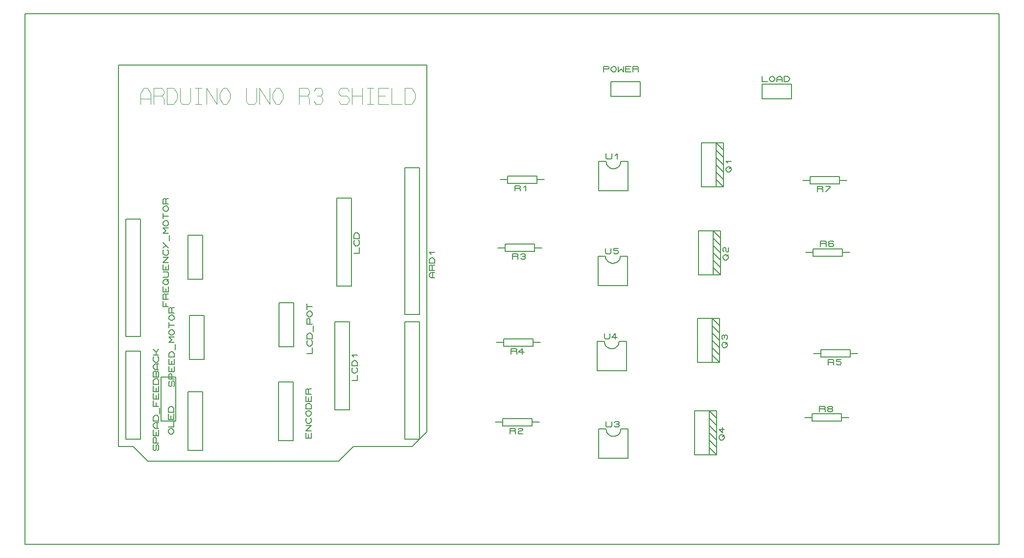
<source format=gbr>
G04 PROTEUS GERBER X2 FILE*
%TF.GenerationSoftware,Labcenter,Proteus,8.6-SP2-Build23525*%
%TF.CreationDate,2019-06-30T03:38:34+00:00*%
%TF.FileFunction,Legend,Top*%
%TF.FilePolarity,Positive*%
%TF.Part,Single*%
%FSLAX45Y45*%
%MOMM*%
G01*
%TA.AperFunction,Material*%
%ADD71C,0.203200*%
%ADD20C,0.000010*%
%TA.AperFunction,Profile*%
%ADD70C,0.203200*%
%TD.AperFunction*%
D71*
X-234000Y+5557000D02*
X-107000Y+5557000D01*
X-107000Y+5049000D01*
X-615000Y+5049000D01*
X-615000Y+5557000D01*
X-488000Y+5557000D01*
X-361000Y+5430000D02*
X-335124Y+5432436D01*
X-311152Y+5439485D01*
X-289562Y+5450762D01*
X-270830Y+5465878D01*
X-255431Y+5484446D01*
X-243842Y+5506081D01*
X-236540Y+5530394D01*
X-234000Y+5557000D01*
X-361000Y+5430000D02*
X-387606Y+5432436D01*
X-411919Y+5439485D01*
X-433554Y+5450762D01*
X-452122Y+5465878D01*
X-467238Y+5484446D01*
X-478515Y+5506081D01*
X-485564Y+5530394D01*
X-488000Y+5557000D01*
X-488000Y+5689080D02*
X-488000Y+5612880D01*
X-472125Y+5597640D01*
X-408625Y+5597640D01*
X-392750Y+5612880D01*
X-392750Y+5689080D01*
X-329250Y+5658600D02*
X-297500Y+5689080D01*
X-297500Y+5597640D01*
X-1561000Y+5240000D02*
X-1688000Y+5240000D01*
X-2196000Y+5176500D02*
X-1688000Y+5176500D01*
X-1688000Y+5303500D01*
X-2196000Y+5303500D01*
X-2196000Y+5176500D01*
X-2196000Y+5240000D02*
X-2323000Y+5240000D01*
X-2069000Y+5044420D02*
X-2069000Y+5135860D01*
X-1989625Y+5135860D01*
X-1973750Y+5120620D01*
X-1973750Y+5105380D01*
X-1989625Y+5090140D01*
X-2069000Y+5090140D01*
X-1989625Y+5090140D02*
X-1973750Y+5074900D01*
X-1973750Y+5044420D01*
X-1910250Y+5105380D02*
X-1878500Y+5135860D01*
X-1878500Y+5044420D01*
X-244000Y+3917000D02*
X-117000Y+3917000D01*
X-117000Y+3409000D01*
X-625000Y+3409000D01*
X-625000Y+3917000D01*
X-498000Y+3917000D01*
X-371000Y+3790000D02*
X-345124Y+3792436D01*
X-321152Y+3799485D01*
X-299562Y+3810762D01*
X-280830Y+3825878D01*
X-265431Y+3844446D01*
X-253842Y+3866081D01*
X-246540Y+3890394D01*
X-244000Y+3917000D01*
X-371000Y+3790000D02*
X-397606Y+3792436D01*
X-421919Y+3799485D01*
X-443554Y+3810762D01*
X-462122Y+3825878D01*
X-477238Y+3844446D01*
X-488515Y+3866081D01*
X-495564Y+3890394D01*
X-498000Y+3917000D01*
X-498000Y+4049080D02*
X-498000Y+3972880D01*
X-482125Y+3957640D01*
X-418625Y+3957640D01*
X-402750Y+3972880D01*
X-402750Y+4049080D01*
X-275750Y+4049080D02*
X-355125Y+4049080D01*
X-355125Y+4018600D01*
X-291625Y+4018600D01*
X-275750Y+4003360D01*
X-275750Y+3972880D01*
X-291625Y+3957640D01*
X-339250Y+3957640D01*
X-355125Y+3972880D01*
X-1601000Y+4060000D02*
X-1728000Y+4060000D01*
X-2236000Y+3996500D02*
X-1728000Y+3996500D01*
X-1728000Y+4123500D01*
X-2236000Y+4123500D01*
X-2236000Y+3996500D01*
X-2236000Y+4060000D02*
X-2363000Y+4060000D01*
X-2109000Y+3864420D02*
X-2109000Y+3955860D01*
X-2029625Y+3955860D01*
X-2013750Y+3940620D01*
X-2013750Y+3925380D01*
X-2029625Y+3910140D01*
X-2109000Y+3910140D01*
X-2029625Y+3910140D02*
X-2013750Y+3894900D01*
X-2013750Y+3864420D01*
X-1966125Y+3940620D02*
X-1950250Y+3955860D01*
X-1902625Y+3955860D01*
X-1886750Y+3940620D01*
X-1886750Y+3925380D01*
X-1902625Y+3910140D01*
X-1886750Y+3894900D01*
X-1886750Y+3879660D01*
X-1902625Y+3864420D01*
X-1950250Y+3864420D01*
X-1966125Y+3879660D01*
X-1934375Y+3910140D02*
X-1902625Y+3910140D01*
X-1621000Y+2420000D02*
X-1748000Y+2420000D01*
X-2256000Y+2356500D02*
X-1748000Y+2356500D01*
X-1748000Y+2483500D01*
X-2256000Y+2483500D01*
X-2256000Y+2356500D01*
X-2256000Y+2420000D02*
X-2383000Y+2420000D01*
X-2129000Y+2224420D02*
X-2129000Y+2315860D01*
X-2049625Y+2315860D01*
X-2033750Y+2300620D01*
X-2033750Y+2285380D01*
X-2049625Y+2270140D01*
X-2129000Y+2270140D01*
X-2049625Y+2270140D02*
X-2033750Y+2254900D01*
X-2033750Y+2224420D01*
X-1906750Y+2254900D02*
X-2002000Y+2254900D01*
X-1938500Y+2315860D01*
X-1938500Y+2224420D01*
X-234000Y+921000D02*
X-107000Y+921000D01*
X-107000Y+413000D01*
X-615000Y+413000D01*
X-615000Y+921000D01*
X-488000Y+921000D01*
X-361000Y+794000D02*
X-335124Y+796436D01*
X-311152Y+803485D01*
X-289562Y+814762D01*
X-270830Y+829878D01*
X-255431Y+848446D01*
X-243842Y+870081D01*
X-236540Y+894394D01*
X-234000Y+921000D01*
X-361000Y+794000D02*
X-387606Y+796436D01*
X-411919Y+803485D01*
X-433554Y+814762D01*
X-452122Y+829878D01*
X-467238Y+848446D01*
X-478515Y+870081D01*
X-485564Y+894394D01*
X-488000Y+921000D01*
X-488000Y+1053080D02*
X-488000Y+976880D01*
X-472125Y+961640D01*
X-408625Y+961640D01*
X-392750Y+976880D01*
X-392750Y+1053080D01*
X-345125Y+1037840D02*
X-329250Y+1053080D01*
X-281625Y+1053080D01*
X-265750Y+1037840D01*
X-265750Y+1022600D01*
X-281625Y+1007360D01*
X-265750Y+992120D01*
X-265750Y+976880D01*
X-281625Y+961640D01*
X-329250Y+961640D01*
X-345125Y+976880D01*
X-313375Y+1007360D02*
X-281625Y+1007360D01*
X-1641000Y+1040000D02*
X-1768000Y+1040000D01*
X-2276000Y+976500D02*
X-1768000Y+976500D01*
X-1768000Y+1103500D01*
X-2276000Y+1103500D01*
X-2276000Y+976500D01*
X-2276000Y+1040000D02*
X-2403000Y+1040000D01*
X-2149000Y+844420D02*
X-2149000Y+935860D01*
X-2069625Y+935860D01*
X-2053750Y+920620D01*
X-2053750Y+905380D01*
X-2069625Y+890140D01*
X-2149000Y+890140D01*
X-2069625Y+890140D02*
X-2053750Y+874900D01*
X-2053750Y+844420D01*
X-2006125Y+920620D02*
X-1990250Y+935860D01*
X-1942625Y+935860D01*
X-1926750Y+920620D01*
X-1926750Y+905380D01*
X-1942625Y+890140D01*
X-1990250Y+890140D01*
X-2006125Y+874900D01*
X-2006125Y+844420D01*
X-1926750Y+844420D01*
X+1163000Y+5115000D02*
X+1417000Y+5115000D01*
X+1417000Y+5877000D01*
X+1163000Y+5877000D01*
X+1163000Y+5115000D01*
X+1417000Y+5877000D02*
X+1544000Y+5877000D01*
X+1544000Y+5115000D01*
X+1417000Y+5115000D01*
X+1417000Y+5877000D02*
X+1544000Y+5750000D01*
X+1417000Y+5750000D02*
X+1544000Y+5623000D01*
X+1417000Y+5623000D02*
X+1544000Y+5496000D01*
X+1417000Y+5496000D02*
X+1544000Y+5369000D01*
X+1417000Y+5369000D02*
X+1544000Y+5242000D01*
X+1417000Y+5242000D02*
X+1544000Y+5115000D01*
X+1615120Y+5369000D02*
X+1584640Y+5400750D01*
X+1584640Y+5432500D01*
X+1615120Y+5464250D01*
X+1645600Y+5464250D01*
X+1676080Y+5432500D01*
X+1676080Y+5400750D01*
X+1645600Y+5369000D01*
X+1615120Y+5369000D01*
X+1645600Y+5432500D02*
X+1676080Y+5464250D01*
X+1615120Y+5527750D02*
X+1584640Y+5559500D01*
X+1676080Y+5559500D01*
X+1113000Y+3593000D02*
X+1367000Y+3593000D01*
X+1367000Y+4355000D01*
X+1113000Y+4355000D01*
X+1113000Y+3593000D01*
X+1367000Y+4355000D02*
X+1494000Y+4355000D01*
X+1494000Y+3593000D01*
X+1367000Y+3593000D01*
X+1367000Y+4355000D02*
X+1494000Y+4228000D01*
X+1367000Y+4228000D02*
X+1494000Y+4101000D01*
X+1367000Y+4101000D02*
X+1494000Y+3974000D01*
X+1367000Y+3974000D02*
X+1494000Y+3847000D01*
X+1367000Y+3847000D02*
X+1494000Y+3720000D01*
X+1367000Y+3720000D02*
X+1494000Y+3593000D01*
X+1565120Y+3847000D02*
X+1534640Y+3878750D01*
X+1534640Y+3910500D01*
X+1565120Y+3942250D01*
X+1595600Y+3942250D01*
X+1626080Y+3910500D01*
X+1626080Y+3878750D01*
X+1595600Y+3847000D01*
X+1565120Y+3847000D01*
X+1595600Y+3910500D02*
X+1626080Y+3942250D01*
X+1549880Y+3989875D02*
X+1534640Y+4005750D01*
X+1534640Y+4053375D01*
X+1549880Y+4069250D01*
X+1565120Y+4069250D01*
X+1580360Y+4053375D01*
X+1580360Y+4005750D01*
X+1595600Y+3989875D01*
X+1626080Y+3989875D01*
X+1626080Y+4069250D01*
X+1093000Y+2075000D02*
X+1347000Y+2075000D01*
X+1347000Y+2837000D01*
X+1093000Y+2837000D01*
X+1093000Y+2075000D01*
X+1347000Y+2837000D02*
X+1474000Y+2837000D01*
X+1474000Y+2075000D01*
X+1347000Y+2075000D01*
X+1347000Y+2837000D02*
X+1474000Y+2710000D01*
X+1347000Y+2710000D02*
X+1474000Y+2583000D01*
X+1347000Y+2583000D02*
X+1474000Y+2456000D01*
X+1347000Y+2456000D02*
X+1474000Y+2329000D01*
X+1347000Y+2329000D02*
X+1474000Y+2202000D01*
X+1347000Y+2202000D02*
X+1474000Y+2075000D01*
X+1545120Y+2329000D02*
X+1514640Y+2360750D01*
X+1514640Y+2392500D01*
X+1545120Y+2424250D01*
X+1575600Y+2424250D01*
X+1606080Y+2392500D01*
X+1606080Y+2360750D01*
X+1575600Y+2329000D01*
X+1545120Y+2329000D01*
X+1575600Y+2392500D02*
X+1606080Y+2424250D01*
X+1529880Y+2471875D02*
X+1514640Y+2487750D01*
X+1514640Y+2535375D01*
X+1529880Y+2551250D01*
X+1545120Y+2551250D01*
X+1560360Y+2535375D01*
X+1575600Y+2551250D01*
X+1590840Y+2551250D01*
X+1606080Y+2535375D01*
X+1606080Y+2487750D01*
X+1590840Y+2471875D01*
X+1560360Y+2503625D02*
X+1560360Y+2535375D01*
X+1043000Y+475000D02*
X+1297000Y+475000D01*
X+1297000Y+1237000D01*
X+1043000Y+1237000D01*
X+1043000Y+475000D01*
X+1297000Y+1237000D02*
X+1424000Y+1237000D01*
X+1424000Y+475000D01*
X+1297000Y+475000D01*
X+1297000Y+1237000D02*
X+1424000Y+1110000D01*
X+1297000Y+1110000D02*
X+1424000Y+983000D01*
X+1297000Y+983000D02*
X+1424000Y+856000D01*
X+1297000Y+856000D02*
X+1424000Y+729000D01*
X+1297000Y+729000D02*
X+1424000Y+602000D01*
X+1297000Y+602000D02*
X+1424000Y+475000D01*
X+1495120Y+729000D02*
X+1464640Y+760750D01*
X+1464640Y+792500D01*
X+1495120Y+824250D01*
X+1525600Y+824250D01*
X+1556080Y+792500D01*
X+1556080Y+760750D01*
X+1525600Y+729000D01*
X+1495120Y+729000D01*
X+1525600Y+792500D02*
X+1556080Y+824250D01*
X+1525600Y+951250D02*
X+1525600Y+856000D01*
X+1464640Y+919500D01*
X+1556080Y+919500D01*
X+3863000Y+2230000D02*
X+3736000Y+2230000D01*
X+3228000Y+2166500D02*
X+3736000Y+2166500D01*
X+3736000Y+2293500D01*
X+3228000Y+2293500D01*
X+3228000Y+2166500D01*
X+3228000Y+2230000D02*
X+3101000Y+2230000D01*
X+3355000Y+2034420D02*
X+3355000Y+2125860D01*
X+3434375Y+2125860D01*
X+3450250Y+2110620D01*
X+3450250Y+2095380D01*
X+3434375Y+2080140D01*
X+3355000Y+2080140D01*
X+3434375Y+2080140D02*
X+3450250Y+2064900D01*
X+3450250Y+2034420D01*
X+3577250Y+2125860D02*
X+3497875Y+2125860D01*
X+3497875Y+2095380D01*
X+3561375Y+2095380D01*
X+3577250Y+2080140D01*
X+3577250Y+2049660D01*
X+3561375Y+2034420D01*
X+3513750Y+2034420D01*
X+3497875Y+2049660D01*
X+2967000Y+3980000D02*
X+3094000Y+3980000D01*
X+3094000Y+3916500D02*
X+3602000Y+3916500D01*
X+3602000Y+4043500D01*
X+3094000Y+4043500D01*
X+3094000Y+3916500D01*
X+3602000Y+3980000D02*
X+3729000Y+3980000D01*
X+3221000Y+4084140D02*
X+3221000Y+4175580D01*
X+3300375Y+4175580D01*
X+3316250Y+4160340D01*
X+3316250Y+4145100D01*
X+3300375Y+4129860D01*
X+3221000Y+4129860D01*
X+3300375Y+4129860D02*
X+3316250Y+4114620D01*
X+3316250Y+4084140D01*
X+3443250Y+4160340D02*
X+3427375Y+4175580D01*
X+3379750Y+4175580D01*
X+3363875Y+4160340D01*
X+3363875Y+4099380D01*
X+3379750Y+4084140D01*
X+3427375Y+4084140D01*
X+3443250Y+4099380D01*
X+3443250Y+4114620D01*
X+3427375Y+4129860D01*
X+3363875Y+4129860D01*
X+3673000Y+5230000D02*
X+3546000Y+5230000D01*
X+3038000Y+5166500D02*
X+3546000Y+5166500D01*
X+3546000Y+5293500D01*
X+3038000Y+5293500D01*
X+3038000Y+5166500D01*
X+3038000Y+5230000D02*
X+2911000Y+5230000D01*
X+3165000Y+5034420D02*
X+3165000Y+5125860D01*
X+3244375Y+5125860D01*
X+3260250Y+5110620D01*
X+3260250Y+5095380D01*
X+3244375Y+5080140D01*
X+3165000Y+5080140D01*
X+3244375Y+5080140D02*
X+3260250Y+5064900D01*
X+3260250Y+5034420D01*
X+3307875Y+5125860D02*
X+3387250Y+5125860D01*
X+3387250Y+5110620D01*
X+3307875Y+5034420D01*
X+2951000Y+1120000D02*
X+3078000Y+1120000D01*
X+3078000Y+1056500D02*
X+3586000Y+1056500D01*
X+3586000Y+1183500D01*
X+3078000Y+1183500D01*
X+3078000Y+1056500D01*
X+3586000Y+1120000D02*
X+3713000Y+1120000D01*
X+3205000Y+1224140D02*
X+3205000Y+1315580D01*
X+3284375Y+1315580D01*
X+3300250Y+1300340D01*
X+3300250Y+1285100D01*
X+3284375Y+1269860D01*
X+3205000Y+1269860D01*
X+3284375Y+1269860D02*
X+3300250Y+1254620D01*
X+3300250Y+1224140D01*
X+3363750Y+1269860D02*
X+3347875Y+1285100D01*
X+3347875Y+1300340D01*
X+3363750Y+1315580D01*
X+3411375Y+1315580D01*
X+3427250Y+1300340D01*
X+3427250Y+1285100D01*
X+3411375Y+1269860D01*
X+3363750Y+1269860D01*
X+3347875Y+1254620D01*
X+3347875Y+1239380D01*
X+3363750Y+1224140D01*
X+3411375Y+1224140D01*
X+3427250Y+1239380D01*
X+3427250Y+1254620D01*
X+3411375Y+1269860D01*
X-264000Y+2441000D02*
X-137000Y+2441000D01*
X-137000Y+1933000D01*
X-645000Y+1933000D01*
X-645000Y+2441000D01*
X-518000Y+2441000D01*
X-391000Y+2314000D02*
X-365124Y+2316436D01*
X-341152Y+2323485D01*
X-319562Y+2334762D01*
X-300830Y+2349878D01*
X-285431Y+2368446D01*
X-273842Y+2390081D01*
X-266540Y+2414394D01*
X-264000Y+2441000D01*
X-391000Y+2314000D02*
X-417606Y+2316436D01*
X-441919Y+2323485D01*
X-463554Y+2334762D01*
X-482122Y+2349878D01*
X-497238Y+2368446D01*
X-508515Y+2390081D01*
X-515564Y+2414394D01*
X-518000Y+2441000D01*
X-518000Y+2573080D02*
X-518000Y+2496880D01*
X-502125Y+2481640D01*
X-438625Y+2481640D01*
X-422750Y+2496880D01*
X-422750Y+2573080D01*
X-295750Y+2512120D02*
X-391000Y+2512120D01*
X-327500Y+2573080D01*
X-327500Y+2481640D01*
X-7717000Y+3515000D02*
X-7463000Y+3515000D01*
X-7463000Y+4277000D01*
X-7717000Y+4277000D01*
X-7717000Y+3515000D01*
X-8057640Y+3039500D02*
X-8149080Y+3039500D01*
X-8149080Y+3134750D01*
X-8103360Y+3039500D02*
X-8103360Y+3103000D01*
X-8057640Y+3166500D02*
X-8149080Y+3166500D01*
X-8149080Y+3245875D01*
X-8133840Y+3261750D01*
X-8118600Y+3261750D01*
X-8103360Y+3245875D01*
X-8103360Y+3166500D01*
X-8103360Y+3245875D02*
X-8088120Y+3261750D01*
X-8057640Y+3261750D01*
X-8057640Y+3388750D02*
X-8057640Y+3293500D01*
X-8149080Y+3293500D01*
X-8149080Y+3388750D01*
X-8103360Y+3293500D02*
X-8103360Y+3357000D01*
X-8118600Y+3420500D02*
X-8149080Y+3452250D01*
X-8149080Y+3484000D01*
X-8118600Y+3515750D01*
X-8088120Y+3515750D01*
X-8057640Y+3484000D01*
X-8057640Y+3452250D01*
X-8088120Y+3420500D01*
X-8118600Y+3420500D01*
X-8088120Y+3484000D02*
X-8057640Y+3515750D01*
X-8149080Y+3547500D02*
X-8072880Y+3547500D01*
X-8057640Y+3563375D01*
X-8057640Y+3626875D01*
X-8072880Y+3642750D01*
X-8149080Y+3642750D01*
X-8057640Y+3769750D02*
X-8057640Y+3674500D01*
X-8149080Y+3674500D01*
X-8149080Y+3769750D01*
X-8103360Y+3674500D02*
X-8103360Y+3738000D01*
X-8057640Y+3801500D02*
X-8149080Y+3801500D01*
X-8057640Y+3896750D01*
X-8149080Y+3896750D01*
X-8072880Y+4023750D02*
X-8057640Y+4007875D01*
X-8057640Y+3960250D01*
X-8088120Y+3928500D01*
X-8118600Y+3928500D01*
X-8149080Y+3960250D01*
X-8149080Y+4007875D01*
X-8133840Y+4023750D01*
X-8149080Y+4150750D02*
X-8057640Y+4055500D01*
X-8149080Y+4055500D02*
X-8103360Y+4103125D01*
X-8042400Y+4182500D02*
X-8042400Y+4277750D01*
X-8057640Y+4309500D02*
X-8149080Y+4309500D01*
X-8103360Y+4357125D01*
X-8149080Y+4404750D01*
X-8057640Y+4404750D01*
X-8118600Y+4436500D02*
X-8149080Y+4468250D01*
X-8149080Y+4500000D01*
X-8118600Y+4531750D01*
X-8088120Y+4531750D01*
X-8057640Y+4500000D01*
X-8057640Y+4468250D01*
X-8088120Y+4436500D01*
X-8118600Y+4436500D01*
X-8149080Y+4563500D02*
X-8149080Y+4658750D01*
X-8149080Y+4611125D02*
X-8057640Y+4611125D01*
X-8118600Y+4690500D02*
X-8149080Y+4722250D01*
X-8149080Y+4754000D01*
X-8118600Y+4785750D01*
X-8088120Y+4785750D01*
X-8057640Y+4754000D01*
X-8057640Y+4722250D01*
X-8088120Y+4690500D01*
X-8118600Y+4690500D01*
X-8057640Y+4817500D02*
X-8149080Y+4817500D01*
X-8149080Y+4896875D01*
X-8133840Y+4912750D01*
X-8118600Y+4912750D01*
X-8103360Y+4896875D01*
X-8103360Y+4817500D01*
X-8103360Y+4896875D02*
X-8088120Y+4912750D01*
X-8057640Y+4912750D01*
X-7697000Y+2125000D02*
X-7443000Y+2125000D01*
X-7443000Y+2887000D01*
X-7697000Y+2887000D01*
X-7697000Y+2125000D01*
X-7972880Y+1657500D02*
X-7957640Y+1673375D01*
X-7957640Y+1736875D01*
X-7972880Y+1752750D01*
X-7988120Y+1752750D01*
X-8003360Y+1736875D01*
X-8003360Y+1673375D01*
X-8018600Y+1657500D01*
X-8033840Y+1657500D01*
X-8049080Y+1673375D01*
X-8049080Y+1736875D01*
X-8033840Y+1752750D01*
X-7957640Y+1784500D02*
X-8049080Y+1784500D01*
X-8049080Y+1863875D01*
X-8033840Y+1879750D01*
X-8018600Y+1879750D01*
X-8003360Y+1863875D01*
X-8003360Y+1784500D01*
X-7957640Y+2006750D02*
X-7957640Y+1911500D01*
X-8049080Y+1911500D01*
X-8049080Y+2006750D01*
X-8003360Y+1911500D02*
X-8003360Y+1975000D01*
X-7957640Y+2133750D02*
X-7957640Y+2038500D01*
X-8049080Y+2038500D01*
X-8049080Y+2133750D01*
X-8003360Y+2038500D02*
X-8003360Y+2102000D01*
X-7957640Y+2165500D02*
X-8049080Y+2165500D01*
X-8049080Y+2229000D01*
X-8018600Y+2260750D01*
X-7988120Y+2260750D01*
X-7957640Y+2229000D01*
X-7957640Y+2165500D01*
X-7942400Y+2292500D02*
X-7942400Y+2387750D01*
X-7957640Y+2419500D02*
X-8049080Y+2419500D01*
X-8003360Y+2467125D01*
X-8049080Y+2514750D01*
X-7957640Y+2514750D01*
X-8018600Y+2546500D02*
X-8049080Y+2578250D01*
X-8049080Y+2610000D01*
X-8018600Y+2641750D01*
X-7988120Y+2641750D01*
X-7957640Y+2610000D01*
X-7957640Y+2578250D01*
X-7988120Y+2546500D01*
X-8018600Y+2546500D01*
X-8049080Y+2673500D02*
X-8049080Y+2768750D01*
X-8049080Y+2721125D02*
X-7957640Y+2721125D01*
X-8018600Y+2800500D02*
X-8049080Y+2832250D01*
X-8049080Y+2864000D01*
X-8018600Y+2895750D01*
X-7988120Y+2895750D01*
X-7957640Y+2864000D01*
X-7957640Y+2832250D01*
X-7988120Y+2800500D01*
X-8018600Y+2800500D01*
X-7957640Y+2927500D02*
X-8049080Y+2927500D01*
X-8049080Y+3006875D01*
X-8033840Y+3022750D01*
X-8018600Y+3022750D01*
X-8003360Y+3006875D01*
X-8003360Y+2927500D01*
X-8003360Y+3006875D02*
X-7988120Y+3022750D01*
X-7957640Y+3022750D01*
X-6147000Y+2345000D02*
X-5893000Y+2345000D01*
X-5893000Y+3107000D01*
X-6147000Y+3107000D01*
X-6147000Y+2345000D01*
X-5662360Y+2231500D02*
X-5570920Y+2231500D01*
X-5570920Y+2326750D01*
X-5586160Y+2453750D02*
X-5570920Y+2437875D01*
X-5570920Y+2390250D01*
X-5601400Y+2358500D01*
X-5631880Y+2358500D01*
X-5662360Y+2390250D01*
X-5662360Y+2437875D01*
X-5647120Y+2453750D01*
X-5570920Y+2485500D02*
X-5662360Y+2485500D01*
X-5662360Y+2549000D01*
X-5631880Y+2580750D01*
X-5601400Y+2580750D01*
X-5570920Y+2549000D01*
X-5570920Y+2485500D01*
X-5555680Y+2612500D02*
X-5555680Y+2707750D01*
X-5570920Y+2739500D02*
X-5662360Y+2739500D01*
X-5662360Y+2818875D01*
X-5647120Y+2834750D01*
X-5631880Y+2834750D01*
X-5616640Y+2818875D01*
X-5616640Y+2739500D01*
X-5631880Y+2866500D02*
X-5662360Y+2898250D01*
X-5662360Y+2930000D01*
X-5631880Y+2961750D01*
X-5601400Y+2961750D01*
X-5570920Y+2930000D01*
X-5570920Y+2898250D01*
X-5601400Y+2866500D01*
X-5631880Y+2866500D01*
X-5662360Y+2993500D02*
X-5662360Y+3088750D01*
X-5662360Y+3041125D02*
X-5570920Y+3041125D01*
X-5177000Y+1253000D02*
X-4923000Y+1253000D01*
X-4923000Y+2777000D01*
X-5177000Y+2777000D01*
X-5177000Y+1253000D01*
X-4882360Y+1761000D02*
X-4790920Y+1761000D01*
X-4790920Y+1856250D01*
X-4806160Y+1983250D02*
X-4790920Y+1967375D01*
X-4790920Y+1919750D01*
X-4821400Y+1888000D01*
X-4851880Y+1888000D01*
X-4882360Y+1919750D01*
X-4882360Y+1967375D01*
X-4867120Y+1983250D01*
X-4790920Y+2015000D02*
X-4882360Y+2015000D01*
X-4882360Y+2078500D01*
X-4851880Y+2110250D01*
X-4821400Y+2110250D01*
X-4790920Y+2078500D01*
X-4790920Y+2015000D01*
X-4851880Y+2173750D02*
X-4882360Y+2205500D01*
X-4790920Y+2205500D01*
X-8920000Y+616000D02*
X-8920000Y+7220000D01*
X-3586000Y+870000D02*
X-3586000Y+7220000D01*
X-8920000Y+616000D02*
X-8666000Y+616000D01*
X-8412000Y+362000D02*
X-8666000Y+616000D01*
X-8412000Y+362000D02*
X-5110000Y+362000D01*
X-4856000Y+616000D01*
X-3840000Y+616000D01*
X-3586000Y+870000D02*
X-3840000Y+616000D01*
X-8920000Y+7220000D02*
X-3586000Y+7220000D01*
X-8793000Y+743000D02*
X-8539000Y+743000D01*
X-8539000Y+2267000D01*
X-8793000Y+2267000D01*
X-8793000Y+743000D01*
X-8793000Y+2521000D02*
X-8539000Y+2521000D01*
X-8539000Y+4553000D01*
X-8793000Y+4553000D01*
X-8793000Y+2521000D01*
X-3967000Y+743000D02*
X-3713000Y+743000D01*
X-3713000Y+2775000D01*
X-3967000Y+2775000D01*
X-3967000Y+743000D01*
X-3967000Y+2902000D02*
X-3713000Y+2902000D01*
X-3713000Y+5442000D01*
X-3967000Y+5442000D01*
X-3967000Y+2902000D01*
D20*
X-8539000Y+6549440D02*
X-8539000Y+6732320D01*
X-8481850Y+6823760D01*
X-8424700Y+6823760D01*
X-8367550Y+6732320D01*
X-8367550Y+6549440D01*
X-8539000Y+6640880D02*
X-8367550Y+6640880D01*
X-8310400Y+6549440D02*
X-8310400Y+6823760D01*
X-8167525Y+6823760D01*
X-8138950Y+6778040D01*
X-8138950Y+6732320D01*
X-8167525Y+6686600D01*
X-8310400Y+6686600D01*
X-8167525Y+6686600D02*
X-8138950Y+6640880D01*
X-8138950Y+6549440D01*
X-8081800Y+6549440D02*
X-8081800Y+6823760D01*
X-7967500Y+6823760D01*
X-7910350Y+6732320D01*
X-7910350Y+6640880D01*
X-7967500Y+6549440D01*
X-8081800Y+6549440D01*
X-7853200Y+6823760D02*
X-7853200Y+6595160D01*
X-7824625Y+6549440D01*
X-7710325Y+6549440D01*
X-7681750Y+6595160D01*
X-7681750Y+6823760D01*
X-7596025Y+6823760D02*
X-7481725Y+6823760D01*
X-7538875Y+6823760D02*
X-7538875Y+6549440D01*
X-7596025Y+6549440D02*
X-7481725Y+6549440D01*
X-7396000Y+6549440D02*
X-7396000Y+6823760D01*
X-7224550Y+6549440D01*
X-7224550Y+6823760D01*
X-7167400Y+6732320D02*
X-7110250Y+6823760D01*
X-7053100Y+6823760D01*
X-6995950Y+6732320D01*
X-6995950Y+6640880D01*
X-7053100Y+6549440D01*
X-7110250Y+6549440D01*
X-7167400Y+6640880D01*
X-7167400Y+6732320D01*
X-6710200Y+6823760D02*
X-6710200Y+6595160D01*
X-6681625Y+6549440D01*
X-6567325Y+6549440D01*
X-6538750Y+6595160D01*
X-6538750Y+6823760D01*
X-6481600Y+6549440D02*
X-6481600Y+6823760D01*
X-6310150Y+6549440D01*
X-6310150Y+6823760D01*
X-6253000Y+6732320D02*
X-6195850Y+6823760D01*
X-6138700Y+6823760D01*
X-6081550Y+6732320D01*
X-6081550Y+6640880D01*
X-6138700Y+6549440D01*
X-6195850Y+6549440D01*
X-6253000Y+6640880D01*
X-6253000Y+6732320D01*
X-5795800Y+6549440D02*
X-5795800Y+6823760D01*
X-5652925Y+6823760D01*
X-5624350Y+6778040D01*
X-5624350Y+6732320D01*
X-5652925Y+6686600D01*
X-5795800Y+6686600D01*
X-5652925Y+6686600D02*
X-5624350Y+6640880D01*
X-5624350Y+6549440D01*
X-5538625Y+6778040D02*
X-5510050Y+6823760D01*
X-5424325Y+6823760D01*
X-5395750Y+6778040D01*
X-5395750Y+6732320D01*
X-5424325Y+6686600D01*
X-5395750Y+6640880D01*
X-5395750Y+6595160D01*
X-5424325Y+6549440D01*
X-5510050Y+6549440D01*
X-5538625Y+6595160D01*
X-5481475Y+6686600D02*
X-5424325Y+6686600D01*
X-5110000Y+6595160D02*
X-5081425Y+6549440D01*
X-4967125Y+6549440D01*
X-4938550Y+6595160D01*
X-4938550Y+6640880D01*
X-4967125Y+6686600D01*
X-5081425Y+6686600D01*
X-5110000Y+6732320D01*
X-5110000Y+6778040D01*
X-5081425Y+6823760D01*
X-4967125Y+6823760D01*
X-4938550Y+6778040D01*
X-4881400Y+6549440D02*
X-4881400Y+6823760D01*
X-4709950Y+6823760D02*
X-4709950Y+6549440D01*
X-4881400Y+6686600D02*
X-4709950Y+6686600D01*
X-4624225Y+6823760D02*
X-4509925Y+6823760D01*
X-4567075Y+6823760D02*
X-4567075Y+6549440D01*
X-4624225Y+6549440D02*
X-4509925Y+6549440D01*
X-4252750Y+6549440D02*
X-4424200Y+6549440D01*
X-4424200Y+6823760D01*
X-4252750Y+6823760D01*
X-4424200Y+6686600D02*
X-4309900Y+6686600D01*
X-4195600Y+6823760D02*
X-4195600Y+6549440D01*
X-4024150Y+6549440D01*
X-3967000Y+6549440D02*
X-3967000Y+6823760D01*
X-3852700Y+6823760D01*
X-3795550Y+6732320D01*
X-3795550Y+6640880D01*
X-3852700Y+6549440D01*
X-3967000Y+6549440D01*
D71*
X-3453920Y+3537000D02*
X-3514880Y+3537000D01*
X-3545360Y+3568750D01*
X-3545360Y+3600500D01*
X-3514880Y+3632250D01*
X-3453920Y+3632250D01*
X-3484400Y+3537000D02*
X-3484400Y+3632250D01*
X-3453920Y+3664000D02*
X-3545360Y+3664000D01*
X-3545360Y+3743375D01*
X-3530120Y+3759250D01*
X-3514880Y+3759250D01*
X-3499640Y+3743375D01*
X-3499640Y+3664000D01*
X-3499640Y+3743375D02*
X-3484400Y+3759250D01*
X-3453920Y+3759250D01*
X-3453920Y+3791000D02*
X-3545360Y+3791000D01*
X-3545360Y+3854500D01*
X-3514880Y+3886250D01*
X-3484400Y+3886250D01*
X-3453920Y+3854500D01*
X-3453920Y+3791000D01*
X-3514880Y+3949750D02*
X-3545360Y+3981500D01*
X-3453920Y+3981500D01*
X-5147000Y+3397000D02*
X-4893000Y+3397000D01*
X-4893000Y+4921000D01*
X-5147000Y+4921000D01*
X-5147000Y+3397000D01*
X-4852360Y+3968500D02*
X-4760920Y+3968500D01*
X-4760920Y+4063750D01*
X-4776160Y+4190750D02*
X-4760920Y+4174875D01*
X-4760920Y+4127250D01*
X-4791400Y+4095500D01*
X-4821880Y+4095500D01*
X-4852360Y+4127250D01*
X-4852360Y+4174875D01*
X-4837120Y+4190750D01*
X-4760920Y+4222500D02*
X-4852360Y+4222500D01*
X-4852360Y+4286000D01*
X-4821880Y+4317750D01*
X-4791400Y+4317750D01*
X-4760920Y+4286000D01*
X-4760920Y+4222500D01*
X-6157000Y+721000D02*
X-5903000Y+721000D01*
X-5903000Y+1737000D01*
X-6157000Y+1737000D01*
X-6157000Y+721000D01*
X-5590920Y+859750D02*
X-5590920Y+764500D01*
X-5682360Y+764500D01*
X-5682360Y+859750D01*
X-5636640Y+764500D02*
X-5636640Y+828000D01*
X-5590920Y+891500D02*
X-5682360Y+891500D01*
X-5590920Y+986750D01*
X-5682360Y+986750D01*
X-5606160Y+1113750D02*
X-5590920Y+1097875D01*
X-5590920Y+1050250D01*
X-5621400Y+1018500D01*
X-5651880Y+1018500D01*
X-5682360Y+1050250D01*
X-5682360Y+1097875D01*
X-5667120Y+1113750D01*
X-5651880Y+1145500D02*
X-5682360Y+1177250D01*
X-5682360Y+1209000D01*
X-5651880Y+1240750D01*
X-5621400Y+1240750D01*
X-5590920Y+1209000D01*
X-5590920Y+1177250D01*
X-5621400Y+1145500D01*
X-5651880Y+1145500D01*
X-5590920Y+1272500D02*
X-5682360Y+1272500D01*
X-5682360Y+1336000D01*
X-5651880Y+1367750D01*
X-5621400Y+1367750D01*
X-5590920Y+1336000D01*
X-5590920Y+1272500D01*
X-5590920Y+1494750D02*
X-5590920Y+1399500D01*
X-5682360Y+1399500D01*
X-5682360Y+1494750D01*
X-5636640Y+1399500D02*
X-5636640Y+1463000D01*
X-5590920Y+1526500D02*
X-5682360Y+1526500D01*
X-5682360Y+1605875D01*
X-5667120Y+1621750D01*
X-5651880Y+1621750D01*
X-5636640Y+1605875D01*
X-5636640Y+1526500D01*
X-5636640Y+1605875D02*
X-5621400Y+1621750D01*
X-5590920Y+1621750D01*
X-7717000Y+551000D02*
X-7463000Y+551000D01*
X-7463000Y+1567000D01*
X-7717000Y+1567000D01*
X-7717000Y+551000D01*
X-8028600Y+835000D02*
X-8059080Y+866750D01*
X-8059080Y+898500D01*
X-8028600Y+930250D01*
X-7998120Y+930250D01*
X-7967640Y+898500D01*
X-7967640Y+866750D01*
X-7998120Y+835000D01*
X-8028600Y+835000D01*
X-8059080Y+962000D02*
X-7967640Y+962000D01*
X-7967640Y+1057250D01*
X-7967640Y+1184250D02*
X-7967640Y+1089000D01*
X-8059080Y+1089000D01*
X-8059080Y+1184250D01*
X-8013360Y+1089000D02*
X-8013360Y+1152500D01*
X-7967640Y+1216000D02*
X-8059080Y+1216000D01*
X-8059080Y+1279500D01*
X-8028600Y+1311250D01*
X-7998120Y+1311250D01*
X-7967640Y+1279500D01*
X-7967640Y+1216000D01*
X-407000Y+6683000D02*
X+101000Y+6683000D01*
X+101000Y+6937000D01*
X-407000Y+6937000D01*
X-407000Y+6683000D01*
X-530500Y+7107640D02*
X-530500Y+7199080D01*
X-451125Y+7199080D01*
X-435250Y+7183840D01*
X-435250Y+7168600D01*
X-451125Y+7153360D01*
X-530500Y+7153360D01*
X-403500Y+7168600D02*
X-371750Y+7199080D01*
X-340000Y+7199080D01*
X-308250Y+7168600D01*
X-308250Y+7138120D01*
X-340000Y+7107640D01*
X-371750Y+7107640D01*
X-403500Y+7138120D01*
X-403500Y+7168600D01*
X-276500Y+7199080D02*
X-276500Y+7107640D01*
X-228875Y+7153360D01*
X-181250Y+7107640D01*
X-181250Y+7199080D01*
X-54250Y+7107640D02*
X-149500Y+7107640D01*
X-149500Y+7199080D01*
X-54250Y+7199080D01*
X-149500Y+7153360D02*
X-86000Y+7153360D01*
X-22500Y+7107640D02*
X-22500Y+7199080D01*
X+56875Y+7199080D01*
X+72750Y+7183840D01*
X+72750Y+7168600D01*
X+56875Y+7153360D01*
X-22500Y+7153360D01*
X+56875Y+7153360D02*
X+72750Y+7138120D01*
X+72750Y+7107640D01*
X+2209000Y+6643000D02*
X+2717000Y+6643000D01*
X+2717000Y+6897000D01*
X+2209000Y+6897000D01*
X+2209000Y+6643000D01*
X+2209000Y+7029080D02*
X+2209000Y+6937640D01*
X+2304250Y+6937640D01*
X+2336000Y+6998600D02*
X+2367750Y+7029080D01*
X+2399500Y+7029080D01*
X+2431250Y+6998600D01*
X+2431250Y+6968120D01*
X+2399500Y+6937640D01*
X+2367750Y+6937640D01*
X+2336000Y+6968120D01*
X+2336000Y+6998600D01*
X+2463000Y+6937640D02*
X+2463000Y+6998600D01*
X+2494750Y+7029080D01*
X+2526500Y+7029080D01*
X+2558250Y+6998600D01*
X+2558250Y+6937640D01*
X+2463000Y+6968120D02*
X+2558250Y+6968120D01*
X+2590000Y+6937640D02*
X+2590000Y+7029080D01*
X+2653500Y+7029080D01*
X+2685250Y+6998600D01*
X+2685250Y+6968120D01*
X+2653500Y+6937640D01*
X+2590000Y+6937640D01*
X-8187000Y+1063000D02*
X-7933000Y+1063000D01*
X-7933000Y+1825000D01*
X-8187000Y+1825000D01*
X-8187000Y+1063000D01*
X-8242880Y+555000D02*
X-8227640Y+570875D01*
X-8227640Y+634375D01*
X-8242880Y+650250D01*
X-8258120Y+650250D01*
X-8273360Y+634375D01*
X-8273360Y+570875D01*
X-8288600Y+555000D01*
X-8303840Y+555000D01*
X-8319080Y+570875D01*
X-8319080Y+634375D01*
X-8303840Y+650250D01*
X-8227640Y+682000D02*
X-8319080Y+682000D01*
X-8319080Y+761375D01*
X-8303840Y+777250D01*
X-8288600Y+777250D01*
X-8273360Y+761375D01*
X-8273360Y+682000D01*
X-8227640Y+904250D02*
X-8227640Y+809000D01*
X-8319080Y+809000D01*
X-8319080Y+904250D01*
X-8273360Y+809000D02*
X-8273360Y+872500D01*
X-8227640Y+936000D02*
X-8288600Y+936000D01*
X-8319080Y+967750D01*
X-8319080Y+999500D01*
X-8288600Y+1031250D01*
X-8227640Y+1031250D01*
X-8258120Y+936000D02*
X-8258120Y+1031250D01*
X-8227640Y+1063000D02*
X-8319080Y+1063000D01*
X-8319080Y+1126500D01*
X-8288600Y+1158250D01*
X-8258120Y+1158250D01*
X-8227640Y+1126500D01*
X-8227640Y+1063000D01*
X-8212400Y+1190000D02*
X-8212400Y+1285250D01*
X-8227640Y+1317000D02*
X-8319080Y+1317000D01*
X-8319080Y+1412250D01*
X-8273360Y+1317000D02*
X-8273360Y+1380500D01*
X-8227640Y+1539250D02*
X-8227640Y+1444000D01*
X-8319080Y+1444000D01*
X-8319080Y+1539250D01*
X-8273360Y+1444000D02*
X-8273360Y+1507500D01*
X-8227640Y+1666250D02*
X-8227640Y+1571000D01*
X-8319080Y+1571000D01*
X-8319080Y+1666250D01*
X-8273360Y+1571000D02*
X-8273360Y+1634500D01*
X-8227640Y+1698000D02*
X-8319080Y+1698000D01*
X-8319080Y+1761500D01*
X-8288600Y+1793250D01*
X-8258120Y+1793250D01*
X-8227640Y+1761500D01*
X-8227640Y+1698000D01*
X-8227640Y+1825000D02*
X-8319080Y+1825000D01*
X-8319080Y+1904375D01*
X-8303840Y+1920250D01*
X-8288600Y+1920250D01*
X-8273360Y+1904375D01*
X-8258120Y+1920250D01*
X-8242880Y+1920250D01*
X-8227640Y+1904375D01*
X-8227640Y+1825000D01*
X-8273360Y+1825000D02*
X-8273360Y+1904375D01*
X-8227640Y+1952000D02*
X-8288600Y+1952000D01*
X-8319080Y+1983750D01*
X-8319080Y+2015500D01*
X-8288600Y+2047250D01*
X-8227640Y+2047250D01*
X-8258120Y+1952000D02*
X-8258120Y+2047250D01*
X-8242880Y+2174250D02*
X-8227640Y+2158375D01*
X-8227640Y+2110750D01*
X-8258120Y+2079000D01*
X-8288600Y+2079000D01*
X-8319080Y+2110750D01*
X-8319080Y+2158375D01*
X-8303840Y+2174250D01*
X-8319080Y+2206000D02*
X-8227640Y+2206000D01*
X-8319080Y+2301250D02*
X-8273360Y+2253625D01*
X-8227640Y+2301250D01*
X-8273360Y+2206000D02*
X-8273360Y+2253625D01*
D70*
X-10540000Y-1070000D02*
X+6310000Y-1070000D01*
X+6310000Y+8110000D01*
X-10540000Y+8110000D01*
X-10540000Y-1070000D01*
M02*

</source>
